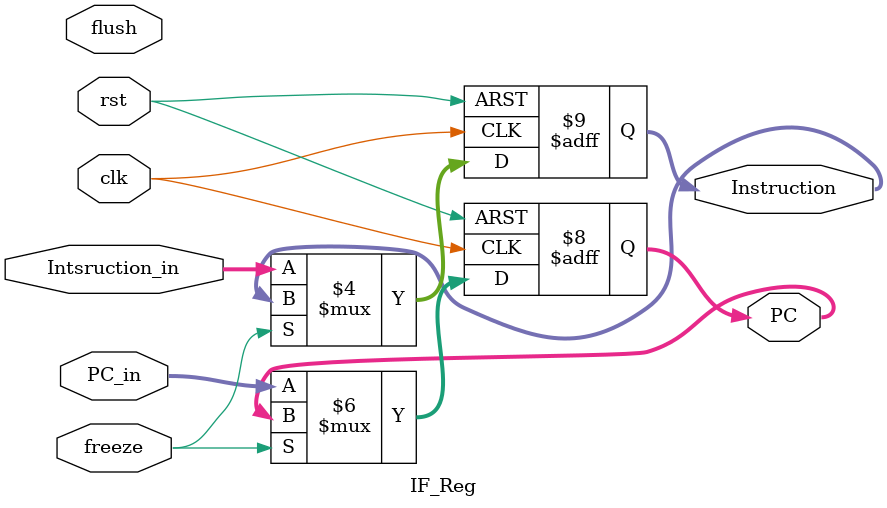
<source format=sv>
module IF_Reg(
	input clk, rst, freeze, flush,
	input [31:0] PC_in, Intsruction_in,
	output reg [31:0] PC, Instruction
);
	always@(posedge clk, posedge rst) begin
		if(rst == 1'b1) begin
			PC <= 0;
			Instruction <= 0;
		end
		else begin
			if(freeze == 1'b0) begin
				PC <= PC_in;
				Instruction <= Intsruction_in;
			end
		end
	end
endmodule

</source>
